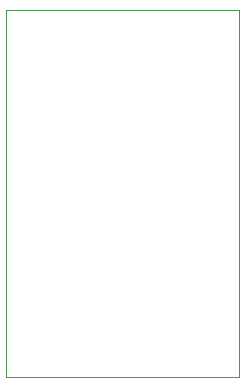
<source format=gbr>
%TF.GenerationSoftware,KiCad,Pcbnew,7.0.11-7.0.11~ubuntu22.04.1*%
%TF.CreationDate,2024-10-26T23:49:30+02:00*%
%TF.ProjectId,C6-40-Flash-test,43362d34-302d-4466-9c61-73682d746573,1.0*%
%TF.SameCoordinates,Original*%
%TF.FileFunction,Profile,NP*%
%FSLAX46Y46*%
G04 Gerber Fmt 4.6, Leading zero omitted, Abs format (unit mm)*
G04 Created by KiCad (PCBNEW 7.0.11-7.0.11~ubuntu22.04.1) date 2024-10-26 23:49:30*
%MOMM*%
%LPD*%
G01*
G04 APERTURE LIST*
%TA.AperFunction,Profile*%
%ADD10C,0.050000*%
%TD*%
G04 APERTURE END LIST*
D10*
X132350000Y-112695000D02*
X132350000Y-81635000D01*
X152070000Y-81635000D02*
X152070000Y-112695000D01*
X152070000Y-112695000D02*
X132350000Y-112695000D01*
X132350000Y-81635000D02*
X152070000Y-81635000D01*
M02*

</source>
